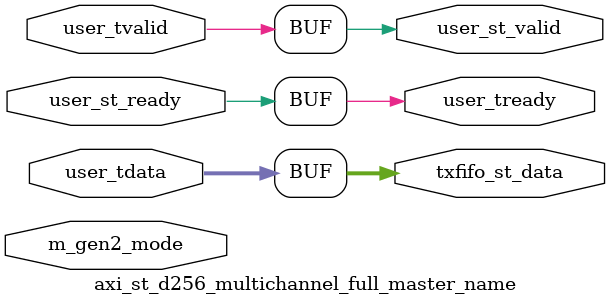
<source format=sv>
module axi_st_d256_multichannel_full_master_name  (

  // st channel
  input  logic [ 255:   0]   user_tdata          ,
  input  logic               user_tvalid         ,
  output logic               user_tready         ,

  // Logic Link Interfaces
  output logic               user_st_valid       ,
  output logic [ 255:   0]   txfifo_st_data      ,
  input  logic               user_st_ready       ,

  input  logic               m_gen2_mode         

);

  // Connect Data

  assign user_st_valid                      = user_tvalid                        ;
  assign user_tready                        = user_st_ready                      ;
  assign txfifo_st_data       [   0 +: 256] = user_tdata           [   0 +: 256] ;

endmodule

</source>
